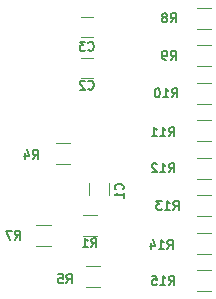
<source format=gbr>
G04 #@! TF.FileFunction,Legend,Bot*
%FSLAX46Y46*%
G04 Gerber Fmt 4.6, Leading zero omitted, Abs format (unit mm)*
G04 Created by KiCad (PCBNEW 4.0.0-rc1-stable) date 23/04/2017 15:22:08*
%MOMM*%
G01*
G04 APERTURE LIST*
%ADD10C,0.076200*%
%ADD11C,0.120000*%
%ADD12C,0.127000*%
G04 APERTURE END LIST*
D10*
D11*
X167298000Y-124960000D02*
X167298000Y-123960000D01*
X168998000Y-123960000D02*
X168998000Y-124960000D01*
X167632000Y-115023000D02*
X166632000Y-115023000D01*
X166632000Y-113323000D02*
X167632000Y-113323000D01*
X166632000Y-109894000D02*
X167632000Y-109894000D01*
X167632000Y-111594000D02*
X166632000Y-111594000D01*
X166786000Y-128388000D02*
X167986000Y-128388000D01*
X167986000Y-126628000D02*
X166786000Y-126628000D01*
X164500000Y-122292000D02*
X165700000Y-122292000D01*
X165700000Y-120532000D02*
X164500000Y-120532000D01*
X167103500Y-132706000D02*
X168303500Y-132706000D01*
X168303500Y-130946000D02*
X167103500Y-130946000D01*
X162874400Y-129251600D02*
X164074400Y-129251600D01*
X164074400Y-127491600D02*
X162874400Y-127491600D01*
X177638000Y-109102000D02*
X176438000Y-109102000D01*
X176438000Y-110862000D02*
X177638000Y-110862000D01*
X177638000Y-112277000D02*
X176438000Y-112277000D01*
X176438000Y-114037000D02*
X177638000Y-114037000D01*
X177638000Y-115452000D02*
X176438000Y-115452000D01*
X176438000Y-117212000D02*
X177638000Y-117212000D01*
X177638000Y-118627000D02*
X176438000Y-118627000D01*
X176438000Y-120387000D02*
X177638000Y-120387000D01*
X177638000Y-121802000D02*
X176438000Y-121802000D01*
X176438000Y-123562000D02*
X177638000Y-123562000D01*
X177638000Y-124977000D02*
X176438000Y-124977000D01*
X176438000Y-126737000D02*
X177638000Y-126737000D01*
X177638000Y-128152000D02*
X176438000Y-128152000D01*
X176438000Y-129912000D02*
X177638000Y-129912000D01*
X177638000Y-131327000D02*
X176438000Y-131327000D01*
X176438000Y-133087000D02*
X177638000Y-133087000D01*
D12*
X170198143Y-124460000D02*
X170234429Y-124423714D01*
X170270714Y-124314857D01*
X170270714Y-124242286D01*
X170234429Y-124133429D01*
X170161857Y-124060857D01*
X170089286Y-124024572D01*
X169944143Y-123988286D01*
X169835286Y-123988286D01*
X169690143Y-124024572D01*
X169617571Y-124060857D01*
X169545000Y-124133429D01*
X169508714Y-124242286D01*
X169508714Y-124314857D01*
X169545000Y-124423714D01*
X169581286Y-124460000D01*
X170270714Y-125185714D02*
X170270714Y-124750286D01*
X170270714Y-124968000D02*
X169508714Y-124968000D01*
X169617571Y-124895429D01*
X169690143Y-124822857D01*
X169726429Y-124750286D01*
X167259000Y-115945143D02*
X167295286Y-115981429D01*
X167404143Y-116017714D01*
X167476714Y-116017714D01*
X167585571Y-115981429D01*
X167658143Y-115908857D01*
X167694428Y-115836286D01*
X167730714Y-115691143D01*
X167730714Y-115582286D01*
X167694428Y-115437143D01*
X167658143Y-115364571D01*
X167585571Y-115292000D01*
X167476714Y-115255714D01*
X167404143Y-115255714D01*
X167295286Y-115292000D01*
X167259000Y-115328286D01*
X166968714Y-115328286D02*
X166932428Y-115292000D01*
X166859857Y-115255714D01*
X166678428Y-115255714D01*
X166605857Y-115292000D01*
X166569571Y-115328286D01*
X166533286Y-115400857D01*
X166533286Y-115473429D01*
X166569571Y-115582286D01*
X167005000Y-116017714D01*
X166533286Y-116017714D01*
X167259000Y-112667143D02*
X167295286Y-112703429D01*
X167404143Y-112739714D01*
X167476714Y-112739714D01*
X167585571Y-112703429D01*
X167658143Y-112630857D01*
X167694428Y-112558286D01*
X167730714Y-112413143D01*
X167730714Y-112304286D01*
X167694428Y-112159143D01*
X167658143Y-112086571D01*
X167585571Y-112014000D01*
X167476714Y-111977714D01*
X167404143Y-111977714D01*
X167295286Y-112014000D01*
X167259000Y-112050286D01*
X167005000Y-111977714D02*
X166533286Y-111977714D01*
X166787286Y-112268000D01*
X166678428Y-112268000D01*
X166605857Y-112304286D01*
X166569571Y-112340571D01*
X166533286Y-112413143D01*
X166533286Y-112594571D01*
X166569571Y-112667143D01*
X166605857Y-112703429D01*
X166678428Y-112739714D01*
X166896143Y-112739714D01*
X166968714Y-112703429D01*
X167005000Y-112667143D01*
X167513000Y-129376714D02*
X167767000Y-129013857D01*
X167948428Y-129376714D02*
X167948428Y-128614714D01*
X167658143Y-128614714D01*
X167585571Y-128651000D01*
X167549286Y-128687286D01*
X167513000Y-128759857D01*
X167513000Y-128868714D01*
X167549286Y-128941286D01*
X167585571Y-128977571D01*
X167658143Y-129013857D01*
X167948428Y-129013857D01*
X166787286Y-129376714D02*
X167222714Y-129376714D01*
X167005000Y-129376714D02*
X167005000Y-128614714D01*
X167077571Y-128723571D01*
X167150143Y-128796143D01*
X167222714Y-128832429D01*
X162560000Y-121883714D02*
X162814000Y-121520857D01*
X162995428Y-121883714D02*
X162995428Y-121121714D01*
X162705143Y-121121714D01*
X162632571Y-121158000D01*
X162596286Y-121194286D01*
X162560000Y-121266857D01*
X162560000Y-121375714D01*
X162596286Y-121448286D01*
X162632571Y-121484571D01*
X162705143Y-121520857D01*
X162995428Y-121520857D01*
X161906857Y-121375714D02*
X161906857Y-121883714D01*
X162088286Y-121085429D02*
X162269714Y-121629714D01*
X161798000Y-121629714D01*
X165417500Y-132424714D02*
X165671500Y-132061857D01*
X165852928Y-132424714D02*
X165852928Y-131662714D01*
X165562643Y-131662714D01*
X165490071Y-131699000D01*
X165453786Y-131735286D01*
X165417500Y-131807857D01*
X165417500Y-131916714D01*
X165453786Y-131989286D01*
X165490071Y-132025571D01*
X165562643Y-132061857D01*
X165852928Y-132061857D01*
X164728071Y-131662714D02*
X165090928Y-131662714D01*
X165127214Y-132025571D01*
X165090928Y-131989286D01*
X165018357Y-131953000D01*
X164836928Y-131953000D01*
X164764357Y-131989286D01*
X164728071Y-132025571D01*
X164691786Y-132098143D01*
X164691786Y-132279571D01*
X164728071Y-132352143D01*
X164764357Y-132388429D01*
X164836928Y-132424714D01*
X165018357Y-132424714D01*
X165090928Y-132388429D01*
X165127214Y-132352143D01*
X161061400Y-128716314D02*
X161315400Y-128353457D01*
X161496828Y-128716314D02*
X161496828Y-127954314D01*
X161206543Y-127954314D01*
X161133971Y-127990600D01*
X161097686Y-128026886D01*
X161061400Y-128099457D01*
X161061400Y-128208314D01*
X161097686Y-128280886D01*
X161133971Y-128317171D01*
X161206543Y-128353457D01*
X161496828Y-128353457D01*
X160807400Y-127954314D02*
X160299400Y-127954314D01*
X160625971Y-128716314D01*
X174244000Y-110326714D02*
X174498000Y-109963857D01*
X174679428Y-110326714D02*
X174679428Y-109564714D01*
X174389143Y-109564714D01*
X174316571Y-109601000D01*
X174280286Y-109637286D01*
X174244000Y-109709857D01*
X174244000Y-109818714D01*
X174280286Y-109891286D01*
X174316571Y-109927571D01*
X174389143Y-109963857D01*
X174679428Y-109963857D01*
X173808571Y-109891286D02*
X173881143Y-109855000D01*
X173917428Y-109818714D01*
X173953714Y-109746143D01*
X173953714Y-109709857D01*
X173917428Y-109637286D01*
X173881143Y-109601000D01*
X173808571Y-109564714D01*
X173663428Y-109564714D01*
X173590857Y-109601000D01*
X173554571Y-109637286D01*
X173518286Y-109709857D01*
X173518286Y-109746143D01*
X173554571Y-109818714D01*
X173590857Y-109855000D01*
X173663428Y-109891286D01*
X173808571Y-109891286D01*
X173881143Y-109927571D01*
X173917428Y-109963857D01*
X173953714Y-110036429D01*
X173953714Y-110181571D01*
X173917428Y-110254143D01*
X173881143Y-110290429D01*
X173808571Y-110326714D01*
X173663428Y-110326714D01*
X173590857Y-110290429D01*
X173554571Y-110254143D01*
X173518286Y-110181571D01*
X173518286Y-110036429D01*
X173554571Y-109963857D01*
X173590857Y-109927571D01*
X173663428Y-109891286D01*
X174244000Y-113501714D02*
X174498000Y-113138857D01*
X174679428Y-113501714D02*
X174679428Y-112739714D01*
X174389143Y-112739714D01*
X174316571Y-112776000D01*
X174280286Y-112812286D01*
X174244000Y-112884857D01*
X174244000Y-112993714D01*
X174280286Y-113066286D01*
X174316571Y-113102571D01*
X174389143Y-113138857D01*
X174679428Y-113138857D01*
X173881143Y-113501714D02*
X173736000Y-113501714D01*
X173663428Y-113465429D01*
X173627143Y-113429143D01*
X173554571Y-113320286D01*
X173518286Y-113175143D01*
X173518286Y-112884857D01*
X173554571Y-112812286D01*
X173590857Y-112776000D01*
X173663428Y-112739714D01*
X173808571Y-112739714D01*
X173881143Y-112776000D01*
X173917428Y-112812286D01*
X173953714Y-112884857D01*
X173953714Y-113066286D01*
X173917428Y-113138857D01*
X173881143Y-113175143D01*
X173808571Y-113211429D01*
X173663428Y-113211429D01*
X173590857Y-113175143D01*
X173554571Y-113138857D01*
X173518286Y-113066286D01*
X174352857Y-116676714D02*
X174606857Y-116313857D01*
X174788285Y-116676714D02*
X174788285Y-115914714D01*
X174498000Y-115914714D01*
X174425428Y-115951000D01*
X174389143Y-115987286D01*
X174352857Y-116059857D01*
X174352857Y-116168714D01*
X174389143Y-116241286D01*
X174425428Y-116277571D01*
X174498000Y-116313857D01*
X174788285Y-116313857D01*
X173627143Y-116676714D02*
X174062571Y-116676714D01*
X173844857Y-116676714D02*
X173844857Y-115914714D01*
X173917428Y-116023571D01*
X173990000Y-116096143D01*
X174062571Y-116132429D01*
X173155429Y-115914714D02*
X173082857Y-115914714D01*
X173010286Y-115951000D01*
X172974000Y-115987286D01*
X172937714Y-116059857D01*
X172901429Y-116205000D01*
X172901429Y-116386429D01*
X172937714Y-116531571D01*
X172974000Y-116604143D01*
X173010286Y-116640429D01*
X173082857Y-116676714D01*
X173155429Y-116676714D01*
X173228000Y-116640429D01*
X173264286Y-116604143D01*
X173300571Y-116531571D01*
X173336857Y-116386429D01*
X173336857Y-116205000D01*
X173300571Y-116059857D01*
X173264286Y-115987286D01*
X173228000Y-115951000D01*
X173155429Y-115914714D01*
X174098857Y-119978714D02*
X174352857Y-119615857D01*
X174534285Y-119978714D02*
X174534285Y-119216714D01*
X174244000Y-119216714D01*
X174171428Y-119253000D01*
X174135143Y-119289286D01*
X174098857Y-119361857D01*
X174098857Y-119470714D01*
X174135143Y-119543286D01*
X174171428Y-119579571D01*
X174244000Y-119615857D01*
X174534285Y-119615857D01*
X173373143Y-119978714D02*
X173808571Y-119978714D01*
X173590857Y-119978714D02*
X173590857Y-119216714D01*
X173663428Y-119325571D01*
X173736000Y-119398143D01*
X173808571Y-119434429D01*
X172647429Y-119978714D02*
X173082857Y-119978714D01*
X172865143Y-119978714D02*
X172865143Y-119216714D01*
X172937714Y-119325571D01*
X173010286Y-119398143D01*
X173082857Y-119434429D01*
X174098857Y-123026714D02*
X174352857Y-122663857D01*
X174534285Y-123026714D02*
X174534285Y-122264714D01*
X174244000Y-122264714D01*
X174171428Y-122301000D01*
X174135143Y-122337286D01*
X174098857Y-122409857D01*
X174098857Y-122518714D01*
X174135143Y-122591286D01*
X174171428Y-122627571D01*
X174244000Y-122663857D01*
X174534285Y-122663857D01*
X173373143Y-123026714D02*
X173808571Y-123026714D01*
X173590857Y-123026714D02*
X173590857Y-122264714D01*
X173663428Y-122373571D01*
X173736000Y-122446143D01*
X173808571Y-122482429D01*
X173082857Y-122337286D02*
X173046571Y-122301000D01*
X172974000Y-122264714D01*
X172792571Y-122264714D01*
X172720000Y-122301000D01*
X172683714Y-122337286D01*
X172647429Y-122409857D01*
X172647429Y-122482429D01*
X172683714Y-122591286D01*
X173119143Y-123026714D01*
X172647429Y-123026714D01*
X174479857Y-126201714D02*
X174733857Y-125838857D01*
X174915285Y-126201714D02*
X174915285Y-125439714D01*
X174625000Y-125439714D01*
X174552428Y-125476000D01*
X174516143Y-125512286D01*
X174479857Y-125584857D01*
X174479857Y-125693714D01*
X174516143Y-125766286D01*
X174552428Y-125802571D01*
X174625000Y-125838857D01*
X174915285Y-125838857D01*
X173754143Y-126201714D02*
X174189571Y-126201714D01*
X173971857Y-126201714D02*
X173971857Y-125439714D01*
X174044428Y-125548571D01*
X174117000Y-125621143D01*
X174189571Y-125657429D01*
X173500143Y-125439714D02*
X173028429Y-125439714D01*
X173282429Y-125730000D01*
X173173571Y-125730000D01*
X173101000Y-125766286D01*
X173064714Y-125802571D01*
X173028429Y-125875143D01*
X173028429Y-126056571D01*
X173064714Y-126129143D01*
X173101000Y-126165429D01*
X173173571Y-126201714D01*
X173391286Y-126201714D01*
X173463857Y-126165429D01*
X173500143Y-126129143D01*
X173971857Y-129503714D02*
X174225857Y-129140857D01*
X174407285Y-129503714D02*
X174407285Y-128741714D01*
X174117000Y-128741714D01*
X174044428Y-128778000D01*
X174008143Y-128814286D01*
X173971857Y-128886857D01*
X173971857Y-128995714D01*
X174008143Y-129068286D01*
X174044428Y-129104571D01*
X174117000Y-129140857D01*
X174407285Y-129140857D01*
X173246143Y-129503714D02*
X173681571Y-129503714D01*
X173463857Y-129503714D02*
X173463857Y-128741714D01*
X173536428Y-128850571D01*
X173609000Y-128923143D01*
X173681571Y-128959429D01*
X172593000Y-128995714D02*
X172593000Y-129503714D01*
X172774429Y-128705429D02*
X172955857Y-129249714D01*
X172484143Y-129249714D01*
X174098857Y-132551714D02*
X174352857Y-132188857D01*
X174534285Y-132551714D02*
X174534285Y-131789714D01*
X174244000Y-131789714D01*
X174171428Y-131826000D01*
X174135143Y-131862286D01*
X174098857Y-131934857D01*
X174098857Y-132043714D01*
X174135143Y-132116286D01*
X174171428Y-132152571D01*
X174244000Y-132188857D01*
X174534285Y-132188857D01*
X173373143Y-132551714D02*
X173808571Y-132551714D01*
X173590857Y-132551714D02*
X173590857Y-131789714D01*
X173663428Y-131898571D01*
X173736000Y-131971143D01*
X173808571Y-132007429D01*
X172683714Y-131789714D02*
X173046571Y-131789714D01*
X173082857Y-132152571D01*
X173046571Y-132116286D01*
X172974000Y-132080000D01*
X172792571Y-132080000D01*
X172720000Y-132116286D01*
X172683714Y-132152571D01*
X172647429Y-132225143D01*
X172647429Y-132406571D01*
X172683714Y-132479143D01*
X172720000Y-132515429D01*
X172792571Y-132551714D01*
X172974000Y-132551714D01*
X173046571Y-132515429D01*
X173082857Y-132479143D01*
M02*

</source>
